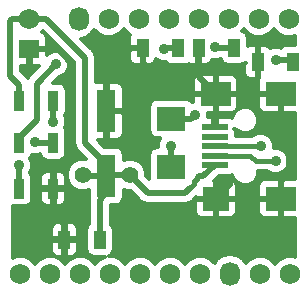
<source format=gbr>
G04 #@! TF.FileFunction,Copper,L1,Top,Signal*
%FSLAX46Y46*%
G04 Gerber Fmt 4.6, Leading zero omitted, Abs format (unit mm)*
G04 Created by KiCad (PCBNEW 4.0.2+dfsg1-2~bpo8+1-stable) date mar 27 dic 2016 19:54:13 COT*
%MOMM*%
G01*
G04 APERTURE LIST*
%ADD10C,0.100000*%
%ADD11O,1.727200X2.032000*%
%ADD12C,1.727200*%
%ADD13R,2.400000X2.000000*%
%ADD14R,1.000000X1.600000*%
%ADD15R,2.301240X0.500380*%
%ADD16R,2.245360X1.998980*%
%ADD17R,2.499360X1.998980*%
%ADD18R,0.900000X1.700000*%
%ADD19R,1.727200X1.625600*%
%ADD20R,1.600200X3.599180*%
%ADD21C,0.889000*%
%ADD22C,1.397000*%
%ADD23C,0.508000*%
%ADD24C,0.381000*%
%ADD25C,0.254000*%
%ADD26C,0.300000*%
G04 APERTURE END LIST*
D10*
D11*
X36817300Y-22720300D03*
D12*
X39357300Y-22720300D03*
X41897300Y-22720300D03*
X44437300Y-22720300D03*
X46977300Y-22720300D03*
X49517300Y-22720300D03*
X52057300Y-22720300D03*
X54597300Y-22720300D03*
X31864300Y-44323000D03*
X34404300Y-44323000D03*
X36944300Y-44323000D03*
X39484300Y-44323000D03*
X42024300Y-44323000D03*
X44564300Y-44323000D03*
X47104300Y-44323000D03*
D11*
X49644300Y-44323000D03*
D12*
X52184300Y-44323000D03*
X54724300Y-44323000D03*
D13*
X44640500Y-35260500D03*
X44640500Y-31160500D03*
D14*
X45238800Y-25184100D03*
X42238800Y-25184100D03*
X46975900Y-25158700D03*
X49975900Y-25158700D03*
X54979700Y-26390600D03*
X51979700Y-26390600D03*
X35608000Y-41402000D03*
X38608000Y-41402000D03*
D15*
X48326040Y-35110420D03*
X48326040Y-34310320D03*
X48326040Y-33510220D03*
X48326040Y-32710120D03*
X48326040Y-31910020D03*
D16*
X48425100Y-37960300D03*
D17*
X53924200Y-37960300D03*
X48425100Y-29060140D03*
X53924200Y-29060140D03*
D18*
X31757960Y-33197800D03*
X34657960Y-33197800D03*
X31773200Y-29641800D03*
X34673200Y-29641800D03*
X31773200Y-37084000D03*
X34673200Y-37084000D03*
D19*
X32639000Y-25273000D03*
D12*
X32639000Y-22733000D03*
D20*
X39166800Y-36017200D03*
X39166800Y-30515560D03*
D21*
X44649159Y-33449669D03*
X44048138Y-25271320D03*
X33279301Y-37042609D03*
D22*
X41269058Y-33265299D03*
X49222660Y-36567112D03*
D21*
X48392731Y-25111284D03*
X46658593Y-30859725D03*
X53530500Y-26200100D03*
D22*
X41159615Y-35930350D03*
X37152719Y-35937326D03*
D21*
X34922266Y-26572264D03*
X31735654Y-35100276D03*
X53510213Y-34782014D03*
X52214767Y-33512763D03*
X33116799Y-33165279D03*
X34667212Y-31434596D03*
D23*
X44640500Y-33458328D02*
X44649159Y-33449669D01*
X44640500Y-35260500D02*
X44640500Y-33458328D01*
X44135358Y-25184100D02*
X44048138Y-25271320D01*
X45238800Y-25184100D02*
X44135358Y-25184100D01*
X34036000Y-25273000D02*
X32639000Y-25273000D01*
X35509200Y-35318700D02*
X36115947Y-34711953D01*
X36115947Y-34711953D02*
X36115947Y-26336947D01*
X36115947Y-26336947D02*
X35052000Y-25273000D01*
X34673200Y-37084000D02*
X34673200Y-35646700D01*
X35052000Y-25273000D02*
X34036000Y-25273000D01*
X34673200Y-35646700D02*
X35001200Y-35318700D01*
X35001200Y-35318700D02*
X35509200Y-35318700D01*
X33320692Y-37084000D02*
X33279301Y-37042609D01*
X34673200Y-37084000D02*
X33320692Y-37084000D01*
X41269058Y-33265299D02*
X41269058Y-31309718D01*
X41269058Y-31309718D02*
X40474900Y-30515560D01*
X40474900Y-30515560D02*
X39166800Y-30515560D01*
X53924200Y-37960300D02*
X53924200Y-36452810D01*
X53924200Y-36452810D02*
X54648768Y-35728242D01*
X54648768Y-35728242D02*
X54648768Y-31292198D01*
X54648768Y-31292198D02*
X53924200Y-30567630D01*
X53924200Y-30567630D02*
X53924200Y-29060140D01*
X42238800Y-25184100D02*
X41230800Y-25184100D01*
X41230800Y-25184100D02*
X39166800Y-27248100D01*
X39166800Y-27248100D02*
X39166800Y-29058870D01*
X39166800Y-29058870D02*
X39166800Y-31066740D01*
X42238800Y-25184100D02*
X42238800Y-26492100D01*
X42238800Y-26492100D02*
X44806840Y-29060140D01*
X44806840Y-29060140D02*
X46667420Y-29060140D01*
X46667420Y-29060140D02*
X48425100Y-29060140D01*
X34673200Y-37084000D02*
X34673200Y-39077900D01*
X35608000Y-41402000D02*
X35608000Y-40094000D01*
X35608000Y-40094000D02*
X34673200Y-39159200D01*
X48425100Y-29060140D02*
X48425100Y-31810960D01*
X48425100Y-31810960D02*
X48334931Y-31901129D01*
X48425100Y-29060140D02*
X48425100Y-30567630D01*
D24*
X48425100Y-31810960D02*
X48326040Y-31910020D01*
D23*
X48425100Y-37960300D02*
X48425100Y-37364672D01*
X48425100Y-37364672D02*
X49222660Y-36567112D01*
X46975900Y-25158700D02*
X46975900Y-27610940D01*
X46975900Y-27610940D02*
X48425100Y-29060140D01*
X48425100Y-37960300D02*
X50182780Y-37960300D01*
X50182780Y-37960300D02*
X53924200Y-37960300D01*
X50182780Y-29060140D02*
X51315620Y-29060140D01*
X51315620Y-29060140D02*
X53924200Y-29060140D01*
X51315620Y-28362680D02*
X51315620Y-29060140D01*
X51979700Y-26390600D02*
X51979700Y-27698600D01*
X51979700Y-27698600D02*
X51315620Y-28362680D01*
X48425100Y-29060140D02*
X50182780Y-29060140D01*
X48440147Y-25158700D02*
X48392731Y-25111284D01*
X49975900Y-25158700D02*
X48440147Y-25158700D01*
X46357818Y-31160500D02*
X46658593Y-30859725D01*
X44640500Y-31160500D02*
X46357818Y-31160500D01*
X53530500Y-26200100D02*
X54789200Y-26200100D01*
X54789200Y-26200100D02*
X54979700Y-26390600D01*
X37357320Y-32491680D02*
X37357320Y-32918400D01*
X37357320Y-32491680D02*
X37357320Y-33208230D01*
X37357320Y-26014480D02*
X37357320Y-32491680D01*
X37357320Y-33208230D02*
X39166800Y-35017710D01*
X39166800Y-35017710D02*
X39166800Y-36017200D01*
X32639000Y-22733000D02*
X34075840Y-22733000D01*
X39166800Y-34526800D02*
X39166800Y-36017200D01*
X34075840Y-22733000D02*
X37357320Y-26014480D01*
D24*
X46573736Y-36479184D02*
X46796960Y-36255960D01*
D23*
X46995080Y-36057840D02*
X46796960Y-36255960D01*
D24*
X46251201Y-37053520D02*
X46573736Y-36730985D01*
D23*
X41159615Y-35930350D02*
X42691355Y-37462090D01*
X42691355Y-37462090D02*
X45842631Y-37462090D01*
X45842631Y-37462090D02*
X46251201Y-37053520D01*
D24*
X46573736Y-36730985D02*
X46573736Y-36479184D01*
D23*
X46995080Y-36057840D02*
X47378620Y-36057840D01*
X47378620Y-36057840D02*
X48317149Y-35119311D01*
X48317149Y-35119311D02*
X47964089Y-35119311D01*
X39166800Y-35466020D02*
X39631130Y-35930350D01*
X40171787Y-35930350D02*
X41159615Y-35930350D01*
X39631130Y-35930350D02*
X40171787Y-35930350D01*
X37232593Y-36017200D02*
X37152719Y-35937326D01*
X39166800Y-36017200D02*
X37232593Y-36017200D01*
X32639000Y-22733000D02*
X31202160Y-22733000D01*
X31202160Y-22733000D02*
X31028457Y-22906703D01*
X31028457Y-22906703D02*
X31028457Y-27539057D01*
X31028457Y-27539057D02*
X31773200Y-28283800D01*
X31773200Y-28283800D02*
X31773200Y-29641800D01*
D24*
X48326040Y-35110420D02*
X47515780Y-35110420D01*
D23*
X39166800Y-35466020D02*
X39166800Y-35017710D01*
X38608000Y-41402000D02*
X38608000Y-38120320D01*
X39166800Y-35466020D02*
X39166800Y-37473890D01*
X39166800Y-37473890D02*
X38608000Y-38032690D01*
X38608000Y-38032690D02*
X38608000Y-38120320D01*
X38608000Y-36576000D02*
X39166800Y-36017200D01*
X31757960Y-33197800D02*
X31757960Y-32797800D01*
X31757960Y-32797800D02*
X33250679Y-31305081D01*
X34922266Y-26572264D02*
X33250679Y-28243851D01*
X33250679Y-28243851D02*
X33250679Y-31305081D01*
X31773200Y-37084000D02*
X31773200Y-35137822D01*
X31773200Y-35137822D02*
X31735654Y-35100276D01*
D24*
X52881596Y-34782014D02*
X53510213Y-34782014D01*
X51328226Y-34310320D02*
X51799920Y-34782014D01*
X51799920Y-34782014D02*
X52881596Y-34782014D01*
X48326040Y-34310320D02*
X51328226Y-34310320D01*
D25*
X48430180Y-34206180D02*
X48411131Y-34225229D01*
D24*
X48326040Y-33510220D02*
X52212224Y-33510220D01*
X52212224Y-33510220D02*
X52214767Y-33512763D01*
D25*
X52197000Y-43688000D02*
X52197000Y-44323000D01*
D23*
X33149320Y-33197800D02*
X33116799Y-33165279D01*
X34657960Y-33197800D02*
X33149320Y-33197800D01*
X34673200Y-31428608D02*
X34667212Y-31434596D01*
X34673200Y-29641800D02*
X34673200Y-31428608D01*
D26*
G36*
X36445320Y-26392243D02*
X36445320Y-33208230D01*
X36508610Y-33526408D01*
X36514742Y-33557237D01*
X36712439Y-33853111D01*
X37452222Y-34592894D01*
X37423727Y-34581062D01*
X36884078Y-34580591D01*
X36385328Y-34786671D01*
X36003405Y-35167927D01*
X35796455Y-35666318D01*
X35795984Y-36205967D01*
X36002064Y-36704717D01*
X36383320Y-37086640D01*
X36881711Y-37293590D01*
X37421360Y-37294061D01*
X37695810Y-37180660D01*
X37695810Y-37816790D01*
X37716779Y-37928228D01*
X37696000Y-38032690D01*
X37696000Y-40085200D01*
X37640208Y-40121101D01*
X37489967Y-40340986D01*
X37437110Y-40602000D01*
X37437110Y-42202000D01*
X37482992Y-42445840D01*
X37627101Y-42669792D01*
X37846986Y-42820033D01*
X38108000Y-42872890D01*
X39009305Y-42872890D01*
X38623509Y-43032298D01*
X38213961Y-43441131D01*
X37807343Y-43033802D01*
X37248293Y-42801665D01*
X36642963Y-42801136D01*
X36083509Y-43032298D01*
X35673961Y-43441131D01*
X35267343Y-43033802D01*
X34708293Y-42801665D01*
X34102963Y-42801136D01*
X33543509Y-43032298D01*
X33133961Y-43441131D01*
X32727343Y-43033802D01*
X32168293Y-42801665D01*
X31562963Y-42801136D01*
X31213000Y-42945738D01*
X31213000Y-41670500D01*
X34450000Y-41670500D01*
X34450000Y-42332885D01*
X34550175Y-42574727D01*
X34735273Y-42759826D01*
X34977116Y-42860000D01*
X35339500Y-42860000D01*
X35504000Y-42695500D01*
X35504000Y-41506000D01*
X35712000Y-41506000D01*
X35712000Y-42695500D01*
X35876500Y-42860000D01*
X36238884Y-42860000D01*
X36480727Y-42759826D01*
X36665825Y-42574727D01*
X36766000Y-42332885D01*
X36766000Y-41670500D01*
X36601500Y-41506000D01*
X35712000Y-41506000D01*
X35504000Y-41506000D01*
X34614500Y-41506000D01*
X34450000Y-41670500D01*
X31213000Y-41670500D01*
X31213000Y-40471115D01*
X34450000Y-40471115D01*
X34450000Y-41133500D01*
X34614500Y-41298000D01*
X35504000Y-41298000D01*
X35504000Y-40108500D01*
X35712000Y-40108500D01*
X35712000Y-41298000D01*
X36601500Y-41298000D01*
X36766000Y-41133500D01*
X36766000Y-40471115D01*
X36665825Y-40229273D01*
X36480727Y-40044174D01*
X36238884Y-39944000D01*
X35876500Y-39944000D01*
X35712000Y-40108500D01*
X35504000Y-40108500D01*
X35339500Y-39944000D01*
X34977116Y-39944000D01*
X34735273Y-40044174D01*
X34550175Y-40229273D01*
X34450000Y-40471115D01*
X31213000Y-40471115D01*
X31213000Y-38582574D01*
X31323200Y-38604890D01*
X32223200Y-38604890D01*
X32467040Y-38559008D01*
X32690992Y-38414899D01*
X32841233Y-38195014D01*
X32894090Y-37934000D01*
X32894090Y-37352500D01*
X33565200Y-37352500D01*
X33565200Y-38064885D01*
X33665375Y-38306727D01*
X33850473Y-38491826D01*
X34092316Y-38592000D01*
X34404700Y-38592000D01*
X34569200Y-38427500D01*
X34569200Y-37188000D01*
X34777200Y-37188000D01*
X34777200Y-38427500D01*
X34941700Y-38592000D01*
X35254084Y-38592000D01*
X35495927Y-38491826D01*
X35681025Y-38306727D01*
X35781200Y-38064885D01*
X35781200Y-37352500D01*
X35616700Y-37188000D01*
X34777200Y-37188000D01*
X34569200Y-37188000D01*
X33729700Y-37188000D01*
X33565200Y-37352500D01*
X32894090Y-37352500D01*
X32894090Y-36234000D01*
X32869463Y-36103115D01*
X33565200Y-36103115D01*
X33565200Y-36815500D01*
X33729700Y-36980000D01*
X34569200Y-36980000D01*
X34569200Y-35740500D01*
X34777200Y-35740500D01*
X34777200Y-36980000D01*
X35616700Y-36980000D01*
X35781200Y-36815500D01*
X35781200Y-36103115D01*
X35681025Y-35861273D01*
X35495927Y-35676174D01*
X35254084Y-35576000D01*
X34941700Y-35576000D01*
X34777200Y-35740500D01*
X34569200Y-35740500D01*
X34404700Y-35576000D01*
X34092316Y-35576000D01*
X33850473Y-35676174D01*
X33665375Y-35861273D01*
X33565200Y-36103115D01*
X32869463Y-36103115D01*
X32848208Y-35990160D01*
X32704099Y-35766208D01*
X32685200Y-35753295D01*
X32685200Y-35688431D01*
X32837962Y-35320539D01*
X32838345Y-34881937D01*
X32686120Y-34513525D01*
X32825993Y-34308814D01*
X32839166Y-34243765D01*
X32896536Y-34267587D01*
X33335138Y-34267970D01*
X33560942Y-34174669D01*
X33582952Y-34291640D01*
X33727061Y-34515592D01*
X33946946Y-34665833D01*
X34207960Y-34718690D01*
X35107960Y-34718690D01*
X35351800Y-34672808D01*
X35575752Y-34528699D01*
X35725993Y-34308814D01*
X35778850Y-34047800D01*
X35778850Y-32347800D01*
X35732968Y-32103960D01*
X35641841Y-31962344D01*
X35769520Y-31654859D01*
X35769903Y-31216257D01*
X35639770Y-30901311D01*
X35741233Y-30752814D01*
X35794090Y-30491800D01*
X35794090Y-28791800D01*
X35748208Y-28547960D01*
X35604099Y-28324008D01*
X35384214Y-28173767D01*
X35123200Y-28120910D01*
X34663382Y-28120910D01*
X35109364Y-27674928D01*
X35140605Y-27674955D01*
X35545966Y-27507463D01*
X35856375Y-27197595D01*
X36024574Y-26792527D01*
X36024957Y-26353925D01*
X35857465Y-25948564D01*
X35547597Y-25638155D01*
X35142529Y-25469956D01*
X34703927Y-25469573D01*
X34298566Y-25637065D01*
X34160600Y-25774791D01*
X34160600Y-25541500D01*
X33996100Y-25377000D01*
X32743000Y-25377000D01*
X32743000Y-26579300D01*
X32907500Y-26743800D01*
X33460968Y-26743800D01*
X32605798Y-27598970D01*
X32498593Y-27759413D01*
X32418082Y-27638919D01*
X31940457Y-27161295D01*
X31940457Y-26743800D01*
X32370500Y-26743800D01*
X32535000Y-26579300D01*
X32535000Y-25377000D01*
X32515000Y-25377000D01*
X32515000Y-25169000D01*
X32535000Y-25169000D01*
X32535000Y-25149000D01*
X32743000Y-25149000D01*
X32743000Y-25169000D01*
X33996100Y-25169000D01*
X34160600Y-25004500D01*
X34160600Y-24329316D01*
X34060426Y-24087473D01*
X33875327Y-23902375D01*
X33695817Y-23828019D01*
X33788538Y-23735460D01*
X36445320Y-26392243D01*
X36445320Y-26392243D01*
G37*
X36445320Y-26392243D02*
X36445320Y-33208230D01*
X36508610Y-33526408D01*
X36514742Y-33557237D01*
X36712439Y-33853111D01*
X37452222Y-34592894D01*
X37423727Y-34581062D01*
X36884078Y-34580591D01*
X36385328Y-34786671D01*
X36003405Y-35167927D01*
X35796455Y-35666318D01*
X35795984Y-36205967D01*
X36002064Y-36704717D01*
X36383320Y-37086640D01*
X36881711Y-37293590D01*
X37421360Y-37294061D01*
X37695810Y-37180660D01*
X37695810Y-37816790D01*
X37716779Y-37928228D01*
X37696000Y-38032690D01*
X37696000Y-40085200D01*
X37640208Y-40121101D01*
X37489967Y-40340986D01*
X37437110Y-40602000D01*
X37437110Y-42202000D01*
X37482992Y-42445840D01*
X37627101Y-42669792D01*
X37846986Y-42820033D01*
X38108000Y-42872890D01*
X39009305Y-42872890D01*
X38623509Y-43032298D01*
X38213961Y-43441131D01*
X37807343Y-43033802D01*
X37248293Y-42801665D01*
X36642963Y-42801136D01*
X36083509Y-43032298D01*
X35673961Y-43441131D01*
X35267343Y-43033802D01*
X34708293Y-42801665D01*
X34102963Y-42801136D01*
X33543509Y-43032298D01*
X33133961Y-43441131D01*
X32727343Y-43033802D01*
X32168293Y-42801665D01*
X31562963Y-42801136D01*
X31213000Y-42945738D01*
X31213000Y-41670500D01*
X34450000Y-41670500D01*
X34450000Y-42332885D01*
X34550175Y-42574727D01*
X34735273Y-42759826D01*
X34977116Y-42860000D01*
X35339500Y-42860000D01*
X35504000Y-42695500D01*
X35504000Y-41506000D01*
X35712000Y-41506000D01*
X35712000Y-42695500D01*
X35876500Y-42860000D01*
X36238884Y-42860000D01*
X36480727Y-42759826D01*
X36665825Y-42574727D01*
X36766000Y-42332885D01*
X36766000Y-41670500D01*
X36601500Y-41506000D01*
X35712000Y-41506000D01*
X35504000Y-41506000D01*
X34614500Y-41506000D01*
X34450000Y-41670500D01*
X31213000Y-41670500D01*
X31213000Y-40471115D01*
X34450000Y-40471115D01*
X34450000Y-41133500D01*
X34614500Y-41298000D01*
X35504000Y-41298000D01*
X35504000Y-40108500D01*
X35712000Y-40108500D01*
X35712000Y-41298000D01*
X36601500Y-41298000D01*
X36766000Y-41133500D01*
X36766000Y-40471115D01*
X36665825Y-40229273D01*
X36480727Y-40044174D01*
X36238884Y-39944000D01*
X35876500Y-39944000D01*
X35712000Y-40108500D01*
X35504000Y-40108500D01*
X35339500Y-39944000D01*
X34977116Y-39944000D01*
X34735273Y-40044174D01*
X34550175Y-40229273D01*
X34450000Y-40471115D01*
X31213000Y-40471115D01*
X31213000Y-38582574D01*
X31323200Y-38604890D01*
X32223200Y-38604890D01*
X32467040Y-38559008D01*
X32690992Y-38414899D01*
X32841233Y-38195014D01*
X32894090Y-37934000D01*
X32894090Y-37352500D01*
X33565200Y-37352500D01*
X33565200Y-38064885D01*
X33665375Y-38306727D01*
X33850473Y-38491826D01*
X34092316Y-38592000D01*
X34404700Y-38592000D01*
X34569200Y-38427500D01*
X34569200Y-37188000D01*
X34777200Y-37188000D01*
X34777200Y-38427500D01*
X34941700Y-38592000D01*
X35254084Y-38592000D01*
X35495927Y-38491826D01*
X35681025Y-38306727D01*
X35781200Y-38064885D01*
X35781200Y-37352500D01*
X35616700Y-37188000D01*
X34777200Y-37188000D01*
X34569200Y-37188000D01*
X33729700Y-37188000D01*
X33565200Y-37352500D01*
X32894090Y-37352500D01*
X32894090Y-36234000D01*
X32869463Y-36103115D01*
X33565200Y-36103115D01*
X33565200Y-36815500D01*
X33729700Y-36980000D01*
X34569200Y-36980000D01*
X34569200Y-35740500D01*
X34777200Y-35740500D01*
X34777200Y-36980000D01*
X35616700Y-36980000D01*
X35781200Y-36815500D01*
X35781200Y-36103115D01*
X35681025Y-35861273D01*
X35495927Y-35676174D01*
X35254084Y-35576000D01*
X34941700Y-35576000D01*
X34777200Y-35740500D01*
X34569200Y-35740500D01*
X34404700Y-35576000D01*
X34092316Y-35576000D01*
X33850473Y-35676174D01*
X33665375Y-35861273D01*
X33565200Y-36103115D01*
X32869463Y-36103115D01*
X32848208Y-35990160D01*
X32704099Y-35766208D01*
X32685200Y-35753295D01*
X32685200Y-35688431D01*
X32837962Y-35320539D01*
X32838345Y-34881937D01*
X32686120Y-34513525D01*
X32825993Y-34308814D01*
X32839166Y-34243765D01*
X32896536Y-34267587D01*
X33335138Y-34267970D01*
X33560942Y-34174669D01*
X33582952Y-34291640D01*
X33727061Y-34515592D01*
X33946946Y-34665833D01*
X34207960Y-34718690D01*
X35107960Y-34718690D01*
X35351800Y-34672808D01*
X35575752Y-34528699D01*
X35725993Y-34308814D01*
X35778850Y-34047800D01*
X35778850Y-32347800D01*
X35732968Y-32103960D01*
X35641841Y-31962344D01*
X35769520Y-31654859D01*
X35769903Y-31216257D01*
X35639770Y-30901311D01*
X35741233Y-30752814D01*
X35794090Y-30491800D01*
X35794090Y-28791800D01*
X35748208Y-28547960D01*
X35604099Y-28324008D01*
X35384214Y-28173767D01*
X35123200Y-28120910D01*
X34663382Y-28120910D01*
X35109364Y-27674928D01*
X35140605Y-27674955D01*
X35545966Y-27507463D01*
X35856375Y-27197595D01*
X36024574Y-26792527D01*
X36024957Y-26353925D01*
X35857465Y-25948564D01*
X35547597Y-25638155D01*
X35142529Y-25469956D01*
X34703927Y-25469573D01*
X34298566Y-25637065D01*
X34160600Y-25774791D01*
X34160600Y-25541500D01*
X33996100Y-25377000D01*
X32743000Y-25377000D01*
X32743000Y-26579300D01*
X32907500Y-26743800D01*
X33460968Y-26743800D01*
X32605798Y-27598970D01*
X32498593Y-27759413D01*
X32418082Y-27638919D01*
X31940457Y-27161295D01*
X31940457Y-26743800D01*
X32370500Y-26743800D01*
X32535000Y-26579300D01*
X32535000Y-25377000D01*
X32515000Y-25377000D01*
X32515000Y-25169000D01*
X32535000Y-25169000D01*
X32535000Y-25149000D01*
X32743000Y-25149000D01*
X32743000Y-25169000D01*
X33996100Y-25169000D01*
X34160600Y-25004500D01*
X34160600Y-24329316D01*
X34060426Y-24087473D01*
X33875327Y-23902375D01*
X33695817Y-23828019D01*
X33788538Y-23735460D01*
X36445320Y-26392243D01*
G36*
X53734257Y-24009498D02*
X54293307Y-24241635D01*
X54898637Y-24242164D01*
X55147000Y-24139542D01*
X55147000Y-24919710D01*
X54479700Y-24919710D01*
X54235860Y-24965592D01*
X54011908Y-25109701D01*
X53960530Y-25184895D01*
X53750763Y-25097792D01*
X53312161Y-25097409D01*
X53032581Y-25212929D01*
X52852427Y-25032774D01*
X52610584Y-24932600D01*
X52248200Y-24932600D01*
X52083700Y-25097100D01*
X52083700Y-26286600D01*
X52103700Y-26286600D01*
X52103700Y-26494600D01*
X52083700Y-26494600D01*
X52083700Y-27684100D01*
X52108151Y-27708551D01*
X52016520Y-27929765D01*
X52016520Y-28791640D01*
X52181020Y-28956140D01*
X53820200Y-28956140D01*
X53820200Y-28936140D01*
X54028200Y-28936140D01*
X54028200Y-28956140D01*
X54048200Y-28956140D01*
X54048200Y-29164140D01*
X54028200Y-29164140D01*
X54028200Y-30553130D01*
X54192700Y-30717630D01*
X55147000Y-30717630D01*
X55147000Y-36302810D01*
X54192700Y-36302810D01*
X54028200Y-36467310D01*
X54028200Y-37856300D01*
X54048200Y-37856300D01*
X54048200Y-38064300D01*
X54028200Y-38064300D01*
X54028200Y-39453290D01*
X54192700Y-39617790D01*
X55147000Y-39617790D01*
X55147000Y-42850956D01*
X55028293Y-42801665D01*
X54422963Y-42801136D01*
X53863509Y-43032298D01*
X53453961Y-43441131D01*
X53047343Y-43033802D01*
X52488293Y-42801665D01*
X51882963Y-42801136D01*
X51323509Y-43032298D01*
X50949766Y-43405389D01*
X50720234Y-43061870D01*
X50226591Y-42732029D01*
X49644300Y-42616204D01*
X49062009Y-42732029D01*
X48568366Y-43061870D01*
X48338613Y-43405721D01*
X47967343Y-43033802D01*
X47408293Y-42801665D01*
X46802963Y-42801136D01*
X46243509Y-43032298D01*
X45833961Y-43441131D01*
X45427343Y-43033802D01*
X44868293Y-42801665D01*
X44262963Y-42801136D01*
X43703509Y-43032298D01*
X43293961Y-43441131D01*
X42887343Y-43033802D01*
X42328293Y-42801665D01*
X41722963Y-42801136D01*
X41163509Y-43032298D01*
X40753961Y-43441131D01*
X40347343Y-43033802D01*
X39788293Y-42801665D01*
X39391763Y-42801318D01*
X39575792Y-42682899D01*
X39726033Y-42463014D01*
X39778890Y-42202000D01*
X39778890Y-40602000D01*
X39733008Y-40358160D01*
X39588899Y-40134208D01*
X39520000Y-40087131D01*
X39520000Y-38487680D01*
X39966900Y-38487680D01*
X40210740Y-38441798D01*
X40434692Y-38297689D01*
X40584933Y-38077804D01*
X40637790Y-37816790D01*
X40637790Y-37182466D01*
X40888607Y-37286614D01*
X41226411Y-37286909D01*
X42046473Y-38106971D01*
X42178239Y-38195014D01*
X42342348Y-38304668D01*
X42691355Y-38374090D01*
X45842631Y-38374090D01*
X46191638Y-38304668D01*
X46305182Y-38228800D01*
X46644420Y-38228800D01*
X46644420Y-39090675D01*
X46744595Y-39332517D01*
X46929693Y-39517616D01*
X47171536Y-39617790D01*
X48156600Y-39617790D01*
X48321100Y-39453290D01*
X48321100Y-38064300D01*
X48529100Y-38064300D01*
X48529100Y-39453290D01*
X48693600Y-39617790D01*
X49678664Y-39617790D01*
X49920507Y-39517616D01*
X50105605Y-39332517D01*
X50205780Y-39090675D01*
X50205780Y-38228800D01*
X52016520Y-38228800D01*
X52016520Y-39090675D01*
X52116695Y-39332517D01*
X52301793Y-39517616D01*
X52543636Y-39617790D01*
X53655700Y-39617790D01*
X53820200Y-39453290D01*
X53820200Y-38064300D01*
X52181020Y-38064300D01*
X52016520Y-38228800D01*
X50205780Y-38228800D01*
X50041280Y-38064300D01*
X48529100Y-38064300D01*
X48321100Y-38064300D01*
X46808920Y-38064300D01*
X46644420Y-38228800D01*
X46305182Y-38228800D01*
X46487512Y-38106971D01*
X46773552Y-37820932D01*
X46808920Y-37856300D01*
X48321100Y-37856300D01*
X48321100Y-36467310D01*
X48529100Y-36467310D01*
X48529100Y-37856300D01*
X50041280Y-37856300D01*
X50205780Y-37691800D01*
X50205780Y-36829925D01*
X52016520Y-36829925D01*
X52016520Y-37691800D01*
X52181020Y-37856300D01*
X53820200Y-37856300D01*
X53820200Y-36467310D01*
X53655700Y-36302810D01*
X52543636Y-36302810D01*
X52301793Y-36402984D01*
X52116695Y-36588083D01*
X52016520Y-36829925D01*
X50205780Y-36829925D01*
X50105605Y-36588083D01*
X49920507Y-36402984D01*
X49678664Y-36302810D01*
X48693600Y-36302810D01*
X48529100Y-36467310D01*
X48321100Y-36467310D01*
X48290006Y-36436216D01*
X48694723Y-36031500D01*
X49476660Y-36031500D01*
X49720500Y-35985618D01*
X49816693Y-35923720D01*
X49816688Y-35929205D01*
X49984952Y-36336434D01*
X50296247Y-36648273D01*
X50703182Y-36817248D01*
X51143805Y-36817632D01*
X51551034Y-36649368D01*
X51862873Y-36338073D01*
X52031848Y-35931138D01*
X52032110Y-35630514D01*
X52799422Y-35630514D01*
X52884882Y-35716123D01*
X53289950Y-35884322D01*
X53728552Y-35884705D01*
X54133913Y-35717213D01*
X54444322Y-35407345D01*
X54612521Y-35002277D01*
X54612904Y-34563675D01*
X54445412Y-34158314D01*
X54135544Y-33847905D01*
X53730476Y-33679706D01*
X53317122Y-33679345D01*
X53317458Y-33294424D01*
X53149966Y-32889063D01*
X52840098Y-32578654D01*
X52435030Y-32410455D01*
X51996428Y-32410072D01*
X51591067Y-32577564D01*
X51506764Y-32661720D01*
X50147550Y-32661720D01*
X50147550Y-32459930D01*
X50121678Y-32322435D01*
X50134660Y-32291095D01*
X50134660Y-32178520D01*
X49974310Y-32018170D01*
X49971641Y-32014022D01*
X50061686Y-32014022D01*
X50296247Y-32248993D01*
X50703182Y-32417968D01*
X51143805Y-32418352D01*
X51551034Y-32250088D01*
X51862873Y-31938793D01*
X52031848Y-31531858D01*
X52032232Y-31091235D01*
X51863968Y-30684006D01*
X51552673Y-30372167D01*
X51145738Y-30203192D01*
X50705115Y-30202808D01*
X50297886Y-30371072D01*
X49986047Y-30682367D01*
X49817314Y-31088719D01*
X49607544Y-31001830D01*
X48594540Y-31001830D01*
X48430040Y-31166330D01*
X48430040Y-31789040D01*
X48222040Y-31789040D01*
X48222040Y-31166330D01*
X48057540Y-31001830D01*
X47760969Y-31001830D01*
X47761217Y-30717630D01*
X48156600Y-30717630D01*
X48321100Y-30553130D01*
X48321100Y-29164140D01*
X48529100Y-29164140D01*
X48529100Y-30553130D01*
X48693600Y-30717630D01*
X49805664Y-30717630D01*
X50047507Y-30617456D01*
X50232605Y-30432357D01*
X50332780Y-30190515D01*
X50332780Y-29328640D01*
X52016520Y-29328640D01*
X52016520Y-30190515D01*
X52116695Y-30432357D01*
X52301793Y-30617456D01*
X52543636Y-30717630D01*
X53655700Y-30717630D01*
X53820200Y-30553130D01*
X53820200Y-29164140D01*
X52181020Y-29164140D01*
X52016520Y-29328640D01*
X50332780Y-29328640D01*
X50168280Y-29164140D01*
X48529100Y-29164140D01*
X48321100Y-29164140D01*
X46681920Y-29164140D01*
X46517420Y-29328640D01*
X46517420Y-29757101D01*
X46440254Y-29757034D01*
X46379062Y-29782318D01*
X46321399Y-29692708D01*
X46101514Y-29542467D01*
X45840500Y-29489610D01*
X43440500Y-29489610D01*
X43196660Y-29535492D01*
X42972708Y-29679601D01*
X42822467Y-29899486D01*
X42769610Y-30160500D01*
X42769610Y-32160500D01*
X42815492Y-32404340D01*
X42959601Y-32628292D01*
X43179486Y-32778533D01*
X43440500Y-32831390D01*
X43712122Y-32831390D01*
X43546851Y-33229406D01*
X43546536Y-33589610D01*
X43440500Y-33589610D01*
X43196660Y-33635492D01*
X42972708Y-33779601D01*
X42822467Y-33999486D01*
X42769610Y-34260500D01*
X42769610Y-36250582D01*
X42516057Y-35997030D01*
X42516350Y-35661709D01*
X42310270Y-35162959D01*
X41929014Y-34781036D01*
X41430623Y-34574086D01*
X40890974Y-34573615D01*
X40637790Y-34678229D01*
X40637790Y-34217610D01*
X40591908Y-33973770D01*
X40447799Y-33749818D01*
X40227914Y-33599577D01*
X39966900Y-33546720D01*
X38985572Y-33546720D01*
X38412002Y-32973150D01*
X38898300Y-32973150D01*
X39062800Y-32808650D01*
X39062800Y-30619560D01*
X39270800Y-30619560D01*
X39270800Y-32808650D01*
X39435300Y-32973150D01*
X40097785Y-32973150D01*
X40339627Y-32872975D01*
X40524726Y-32687877D01*
X40624900Y-32446034D01*
X40624900Y-30784060D01*
X40460400Y-30619560D01*
X39270800Y-30619560D01*
X39062800Y-30619560D01*
X39042800Y-30619560D01*
X39042800Y-30411560D01*
X39062800Y-30411560D01*
X39062800Y-28222470D01*
X39270800Y-28222470D01*
X39270800Y-30411560D01*
X40460400Y-30411560D01*
X40624900Y-30247060D01*
X40624900Y-28585086D01*
X40524726Y-28343243D01*
X40339627Y-28158145D01*
X40097785Y-28057970D01*
X39435300Y-28057970D01*
X39270800Y-28222470D01*
X39062800Y-28222470D01*
X38898300Y-28057970D01*
X38269320Y-28057970D01*
X38269320Y-27929765D01*
X46517420Y-27929765D01*
X46517420Y-28791640D01*
X46681920Y-28956140D01*
X48321100Y-28956140D01*
X48321100Y-27567150D01*
X48529100Y-27567150D01*
X48529100Y-28956140D01*
X50168280Y-28956140D01*
X50332780Y-28791640D01*
X50332780Y-27929765D01*
X50232605Y-27687923D01*
X50047507Y-27502824D01*
X49805664Y-27402650D01*
X48693600Y-27402650D01*
X48529100Y-27567150D01*
X48321100Y-27567150D01*
X48156600Y-27402650D01*
X47044536Y-27402650D01*
X46802693Y-27502824D01*
X46617595Y-27687923D01*
X46517420Y-27929765D01*
X38269320Y-27929765D01*
X38269320Y-26014480D01*
X38199898Y-25665473D01*
X38180916Y-25637065D01*
X38057662Y-25452600D01*
X41080800Y-25452600D01*
X41080800Y-26114985D01*
X41180975Y-26356827D01*
X41366073Y-26541926D01*
X41607916Y-26642100D01*
X41970300Y-26642100D01*
X42134800Y-26477600D01*
X42134800Y-25288100D01*
X41245300Y-25288100D01*
X41080800Y-25452600D01*
X38057662Y-25452600D01*
X38002202Y-25369599D01*
X37019482Y-24386879D01*
X37399591Y-24311271D01*
X37893234Y-23981430D01*
X38122987Y-23637579D01*
X38494257Y-24009498D01*
X39053307Y-24241635D01*
X39658637Y-24242164D01*
X40218091Y-24011002D01*
X40627639Y-23602169D01*
X41034257Y-24009498D01*
X41160106Y-24061755D01*
X41080800Y-24253215D01*
X41080800Y-24915600D01*
X41245300Y-25080100D01*
X42134800Y-25080100D01*
X42134800Y-25060100D01*
X42342800Y-25060100D01*
X42342800Y-25080100D01*
X42362800Y-25080100D01*
X42362800Y-25288100D01*
X42342800Y-25288100D01*
X42342800Y-26477600D01*
X42507300Y-26642100D01*
X42869684Y-26642100D01*
X43111527Y-26541926D01*
X43296625Y-26356827D01*
X43377950Y-26160493D01*
X43422807Y-26205429D01*
X43827875Y-26373628D01*
X44207753Y-26373960D01*
X44257901Y-26451892D01*
X44477786Y-26602133D01*
X44738800Y-26654990D01*
X45738800Y-26654990D01*
X45982640Y-26609108D01*
X46117375Y-26522409D01*
X46345016Y-26616700D01*
X46707400Y-26616700D01*
X46871900Y-26452200D01*
X46871900Y-25262700D01*
X46851900Y-25262700D01*
X46851900Y-25054700D01*
X46871900Y-25054700D01*
X46871900Y-25034700D01*
X47079900Y-25034700D01*
X47079900Y-25054700D01*
X47099900Y-25054700D01*
X47099900Y-25262700D01*
X47079900Y-25262700D01*
X47079900Y-26452200D01*
X47244400Y-26616700D01*
X47606784Y-26616700D01*
X47848627Y-26516526D01*
X48033725Y-26331427D01*
X48095733Y-26181729D01*
X48172468Y-26213592D01*
X48611070Y-26213975D01*
X48835588Y-26121206D01*
X48850892Y-26202540D01*
X48995001Y-26426492D01*
X49214886Y-26576733D01*
X49475900Y-26629590D01*
X50475900Y-26629590D01*
X50719740Y-26583708D01*
X50858215Y-26494602D01*
X50986198Y-26494602D01*
X50821700Y-26659100D01*
X50821700Y-27321485D01*
X50921875Y-27563327D01*
X51106973Y-27748426D01*
X51348816Y-27848600D01*
X51711200Y-27848600D01*
X51875700Y-27684100D01*
X51875700Y-26494600D01*
X51855700Y-26494600D01*
X51855700Y-26286600D01*
X51875700Y-26286600D01*
X51875700Y-25097100D01*
X51711200Y-24932600D01*
X51348816Y-24932600D01*
X51146790Y-25016281D01*
X51146790Y-24358700D01*
X51100908Y-24114860D01*
X50956799Y-23890908D01*
X50736914Y-23740667D01*
X50663742Y-23725849D01*
X50787639Y-23602169D01*
X51194257Y-24009498D01*
X51753307Y-24241635D01*
X52358637Y-24242164D01*
X52918091Y-24011002D01*
X53327639Y-23602169D01*
X53734257Y-24009498D01*
X53734257Y-24009498D01*
G37*
X53734257Y-24009498D02*
X54293307Y-24241635D01*
X54898637Y-24242164D01*
X55147000Y-24139542D01*
X55147000Y-24919710D01*
X54479700Y-24919710D01*
X54235860Y-24965592D01*
X54011908Y-25109701D01*
X53960530Y-25184895D01*
X53750763Y-25097792D01*
X53312161Y-25097409D01*
X53032581Y-25212929D01*
X52852427Y-25032774D01*
X52610584Y-24932600D01*
X52248200Y-24932600D01*
X52083700Y-25097100D01*
X52083700Y-26286600D01*
X52103700Y-26286600D01*
X52103700Y-26494600D01*
X52083700Y-26494600D01*
X52083700Y-27684100D01*
X52108151Y-27708551D01*
X52016520Y-27929765D01*
X52016520Y-28791640D01*
X52181020Y-28956140D01*
X53820200Y-28956140D01*
X53820200Y-28936140D01*
X54028200Y-28936140D01*
X54028200Y-28956140D01*
X54048200Y-28956140D01*
X54048200Y-29164140D01*
X54028200Y-29164140D01*
X54028200Y-30553130D01*
X54192700Y-30717630D01*
X55147000Y-30717630D01*
X55147000Y-36302810D01*
X54192700Y-36302810D01*
X54028200Y-36467310D01*
X54028200Y-37856300D01*
X54048200Y-37856300D01*
X54048200Y-38064300D01*
X54028200Y-38064300D01*
X54028200Y-39453290D01*
X54192700Y-39617790D01*
X55147000Y-39617790D01*
X55147000Y-42850956D01*
X55028293Y-42801665D01*
X54422963Y-42801136D01*
X53863509Y-43032298D01*
X53453961Y-43441131D01*
X53047343Y-43033802D01*
X52488293Y-42801665D01*
X51882963Y-42801136D01*
X51323509Y-43032298D01*
X50949766Y-43405389D01*
X50720234Y-43061870D01*
X50226591Y-42732029D01*
X49644300Y-42616204D01*
X49062009Y-42732029D01*
X48568366Y-43061870D01*
X48338613Y-43405721D01*
X47967343Y-43033802D01*
X47408293Y-42801665D01*
X46802963Y-42801136D01*
X46243509Y-43032298D01*
X45833961Y-43441131D01*
X45427343Y-43033802D01*
X44868293Y-42801665D01*
X44262963Y-42801136D01*
X43703509Y-43032298D01*
X43293961Y-43441131D01*
X42887343Y-43033802D01*
X42328293Y-42801665D01*
X41722963Y-42801136D01*
X41163509Y-43032298D01*
X40753961Y-43441131D01*
X40347343Y-43033802D01*
X39788293Y-42801665D01*
X39391763Y-42801318D01*
X39575792Y-42682899D01*
X39726033Y-42463014D01*
X39778890Y-42202000D01*
X39778890Y-40602000D01*
X39733008Y-40358160D01*
X39588899Y-40134208D01*
X39520000Y-40087131D01*
X39520000Y-38487680D01*
X39966900Y-38487680D01*
X40210740Y-38441798D01*
X40434692Y-38297689D01*
X40584933Y-38077804D01*
X40637790Y-37816790D01*
X40637790Y-37182466D01*
X40888607Y-37286614D01*
X41226411Y-37286909D01*
X42046473Y-38106971D01*
X42178239Y-38195014D01*
X42342348Y-38304668D01*
X42691355Y-38374090D01*
X45842631Y-38374090D01*
X46191638Y-38304668D01*
X46305182Y-38228800D01*
X46644420Y-38228800D01*
X46644420Y-39090675D01*
X46744595Y-39332517D01*
X46929693Y-39517616D01*
X47171536Y-39617790D01*
X48156600Y-39617790D01*
X48321100Y-39453290D01*
X48321100Y-38064300D01*
X48529100Y-38064300D01*
X48529100Y-39453290D01*
X48693600Y-39617790D01*
X49678664Y-39617790D01*
X49920507Y-39517616D01*
X50105605Y-39332517D01*
X50205780Y-39090675D01*
X50205780Y-38228800D01*
X52016520Y-38228800D01*
X52016520Y-39090675D01*
X52116695Y-39332517D01*
X52301793Y-39517616D01*
X52543636Y-39617790D01*
X53655700Y-39617790D01*
X53820200Y-39453290D01*
X53820200Y-38064300D01*
X52181020Y-38064300D01*
X52016520Y-38228800D01*
X50205780Y-38228800D01*
X50041280Y-38064300D01*
X48529100Y-38064300D01*
X48321100Y-38064300D01*
X46808920Y-38064300D01*
X46644420Y-38228800D01*
X46305182Y-38228800D01*
X46487512Y-38106971D01*
X46773552Y-37820932D01*
X46808920Y-37856300D01*
X48321100Y-37856300D01*
X48321100Y-36467310D01*
X48529100Y-36467310D01*
X48529100Y-37856300D01*
X50041280Y-37856300D01*
X50205780Y-37691800D01*
X50205780Y-36829925D01*
X52016520Y-36829925D01*
X52016520Y-37691800D01*
X52181020Y-37856300D01*
X53820200Y-37856300D01*
X53820200Y-36467310D01*
X53655700Y-36302810D01*
X52543636Y-36302810D01*
X52301793Y-36402984D01*
X52116695Y-36588083D01*
X52016520Y-36829925D01*
X50205780Y-36829925D01*
X50105605Y-36588083D01*
X49920507Y-36402984D01*
X49678664Y-36302810D01*
X48693600Y-36302810D01*
X48529100Y-36467310D01*
X48321100Y-36467310D01*
X48290006Y-36436216D01*
X48694723Y-36031500D01*
X49476660Y-36031500D01*
X49720500Y-35985618D01*
X49816693Y-35923720D01*
X49816688Y-35929205D01*
X49984952Y-36336434D01*
X50296247Y-36648273D01*
X50703182Y-36817248D01*
X51143805Y-36817632D01*
X51551034Y-36649368D01*
X51862873Y-36338073D01*
X52031848Y-35931138D01*
X52032110Y-35630514D01*
X52799422Y-35630514D01*
X52884882Y-35716123D01*
X53289950Y-35884322D01*
X53728552Y-35884705D01*
X54133913Y-35717213D01*
X54444322Y-35407345D01*
X54612521Y-35002277D01*
X54612904Y-34563675D01*
X54445412Y-34158314D01*
X54135544Y-33847905D01*
X53730476Y-33679706D01*
X53317122Y-33679345D01*
X53317458Y-33294424D01*
X53149966Y-32889063D01*
X52840098Y-32578654D01*
X52435030Y-32410455D01*
X51996428Y-32410072D01*
X51591067Y-32577564D01*
X51506764Y-32661720D01*
X50147550Y-32661720D01*
X50147550Y-32459930D01*
X50121678Y-32322435D01*
X50134660Y-32291095D01*
X50134660Y-32178520D01*
X49974310Y-32018170D01*
X49971641Y-32014022D01*
X50061686Y-32014022D01*
X50296247Y-32248993D01*
X50703182Y-32417968D01*
X51143805Y-32418352D01*
X51551034Y-32250088D01*
X51862873Y-31938793D01*
X52031848Y-31531858D01*
X52032232Y-31091235D01*
X51863968Y-30684006D01*
X51552673Y-30372167D01*
X51145738Y-30203192D01*
X50705115Y-30202808D01*
X50297886Y-30371072D01*
X49986047Y-30682367D01*
X49817314Y-31088719D01*
X49607544Y-31001830D01*
X48594540Y-31001830D01*
X48430040Y-31166330D01*
X48430040Y-31789040D01*
X48222040Y-31789040D01*
X48222040Y-31166330D01*
X48057540Y-31001830D01*
X47760969Y-31001830D01*
X47761217Y-30717630D01*
X48156600Y-30717630D01*
X48321100Y-30553130D01*
X48321100Y-29164140D01*
X48529100Y-29164140D01*
X48529100Y-30553130D01*
X48693600Y-30717630D01*
X49805664Y-30717630D01*
X50047507Y-30617456D01*
X50232605Y-30432357D01*
X50332780Y-30190515D01*
X50332780Y-29328640D01*
X52016520Y-29328640D01*
X52016520Y-30190515D01*
X52116695Y-30432357D01*
X52301793Y-30617456D01*
X52543636Y-30717630D01*
X53655700Y-30717630D01*
X53820200Y-30553130D01*
X53820200Y-29164140D01*
X52181020Y-29164140D01*
X52016520Y-29328640D01*
X50332780Y-29328640D01*
X50168280Y-29164140D01*
X48529100Y-29164140D01*
X48321100Y-29164140D01*
X46681920Y-29164140D01*
X46517420Y-29328640D01*
X46517420Y-29757101D01*
X46440254Y-29757034D01*
X46379062Y-29782318D01*
X46321399Y-29692708D01*
X46101514Y-29542467D01*
X45840500Y-29489610D01*
X43440500Y-29489610D01*
X43196660Y-29535492D01*
X42972708Y-29679601D01*
X42822467Y-29899486D01*
X42769610Y-30160500D01*
X42769610Y-32160500D01*
X42815492Y-32404340D01*
X42959601Y-32628292D01*
X43179486Y-32778533D01*
X43440500Y-32831390D01*
X43712122Y-32831390D01*
X43546851Y-33229406D01*
X43546536Y-33589610D01*
X43440500Y-33589610D01*
X43196660Y-33635492D01*
X42972708Y-33779601D01*
X42822467Y-33999486D01*
X42769610Y-34260500D01*
X42769610Y-36250582D01*
X42516057Y-35997030D01*
X42516350Y-35661709D01*
X42310270Y-35162959D01*
X41929014Y-34781036D01*
X41430623Y-34574086D01*
X40890974Y-34573615D01*
X40637790Y-34678229D01*
X40637790Y-34217610D01*
X40591908Y-33973770D01*
X40447799Y-33749818D01*
X40227914Y-33599577D01*
X39966900Y-33546720D01*
X38985572Y-33546720D01*
X38412002Y-32973150D01*
X38898300Y-32973150D01*
X39062800Y-32808650D01*
X39062800Y-30619560D01*
X39270800Y-30619560D01*
X39270800Y-32808650D01*
X39435300Y-32973150D01*
X40097785Y-32973150D01*
X40339627Y-32872975D01*
X40524726Y-32687877D01*
X40624900Y-32446034D01*
X40624900Y-30784060D01*
X40460400Y-30619560D01*
X39270800Y-30619560D01*
X39062800Y-30619560D01*
X39042800Y-30619560D01*
X39042800Y-30411560D01*
X39062800Y-30411560D01*
X39062800Y-28222470D01*
X39270800Y-28222470D01*
X39270800Y-30411560D01*
X40460400Y-30411560D01*
X40624900Y-30247060D01*
X40624900Y-28585086D01*
X40524726Y-28343243D01*
X40339627Y-28158145D01*
X40097785Y-28057970D01*
X39435300Y-28057970D01*
X39270800Y-28222470D01*
X39062800Y-28222470D01*
X38898300Y-28057970D01*
X38269320Y-28057970D01*
X38269320Y-27929765D01*
X46517420Y-27929765D01*
X46517420Y-28791640D01*
X46681920Y-28956140D01*
X48321100Y-28956140D01*
X48321100Y-27567150D01*
X48529100Y-27567150D01*
X48529100Y-28956140D01*
X50168280Y-28956140D01*
X50332780Y-28791640D01*
X50332780Y-27929765D01*
X50232605Y-27687923D01*
X50047507Y-27502824D01*
X49805664Y-27402650D01*
X48693600Y-27402650D01*
X48529100Y-27567150D01*
X48321100Y-27567150D01*
X48156600Y-27402650D01*
X47044536Y-27402650D01*
X46802693Y-27502824D01*
X46617595Y-27687923D01*
X46517420Y-27929765D01*
X38269320Y-27929765D01*
X38269320Y-26014480D01*
X38199898Y-25665473D01*
X38180916Y-25637065D01*
X38057662Y-25452600D01*
X41080800Y-25452600D01*
X41080800Y-26114985D01*
X41180975Y-26356827D01*
X41366073Y-26541926D01*
X41607916Y-26642100D01*
X41970300Y-26642100D01*
X42134800Y-26477600D01*
X42134800Y-25288100D01*
X41245300Y-25288100D01*
X41080800Y-25452600D01*
X38057662Y-25452600D01*
X38002202Y-25369599D01*
X37019482Y-24386879D01*
X37399591Y-24311271D01*
X37893234Y-23981430D01*
X38122987Y-23637579D01*
X38494257Y-24009498D01*
X39053307Y-24241635D01*
X39658637Y-24242164D01*
X40218091Y-24011002D01*
X40627639Y-23602169D01*
X41034257Y-24009498D01*
X41160106Y-24061755D01*
X41080800Y-24253215D01*
X41080800Y-24915600D01*
X41245300Y-25080100D01*
X42134800Y-25080100D01*
X42134800Y-25060100D01*
X42342800Y-25060100D01*
X42342800Y-25080100D01*
X42362800Y-25080100D01*
X42362800Y-25288100D01*
X42342800Y-25288100D01*
X42342800Y-26477600D01*
X42507300Y-26642100D01*
X42869684Y-26642100D01*
X43111527Y-26541926D01*
X43296625Y-26356827D01*
X43377950Y-26160493D01*
X43422807Y-26205429D01*
X43827875Y-26373628D01*
X44207753Y-26373960D01*
X44257901Y-26451892D01*
X44477786Y-26602133D01*
X44738800Y-26654990D01*
X45738800Y-26654990D01*
X45982640Y-26609108D01*
X46117375Y-26522409D01*
X46345016Y-26616700D01*
X46707400Y-26616700D01*
X46871900Y-26452200D01*
X46871900Y-25262700D01*
X46851900Y-25262700D01*
X46851900Y-25054700D01*
X46871900Y-25054700D01*
X46871900Y-25034700D01*
X47079900Y-25034700D01*
X47079900Y-25054700D01*
X47099900Y-25054700D01*
X47099900Y-25262700D01*
X47079900Y-25262700D01*
X47079900Y-26452200D01*
X47244400Y-26616700D01*
X47606784Y-26616700D01*
X47848627Y-26516526D01*
X48033725Y-26331427D01*
X48095733Y-26181729D01*
X48172468Y-26213592D01*
X48611070Y-26213975D01*
X48835588Y-26121206D01*
X48850892Y-26202540D01*
X48995001Y-26426492D01*
X49214886Y-26576733D01*
X49475900Y-26629590D01*
X50475900Y-26629590D01*
X50719740Y-26583708D01*
X50858215Y-26494602D01*
X50986198Y-26494602D01*
X50821700Y-26659100D01*
X50821700Y-27321485D01*
X50921875Y-27563327D01*
X51106973Y-27748426D01*
X51348816Y-27848600D01*
X51711200Y-27848600D01*
X51875700Y-27684100D01*
X51875700Y-26494600D01*
X51855700Y-26494600D01*
X51855700Y-26286600D01*
X51875700Y-26286600D01*
X51875700Y-25097100D01*
X51711200Y-24932600D01*
X51348816Y-24932600D01*
X51146790Y-25016281D01*
X51146790Y-24358700D01*
X51100908Y-24114860D01*
X50956799Y-23890908D01*
X50736914Y-23740667D01*
X50663742Y-23725849D01*
X50787639Y-23602169D01*
X51194257Y-24009498D01*
X51753307Y-24241635D01*
X52358637Y-24242164D01*
X52918091Y-24011002D01*
X53327639Y-23602169D01*
X53734257Y-24009498D01*
M02*

</source>
